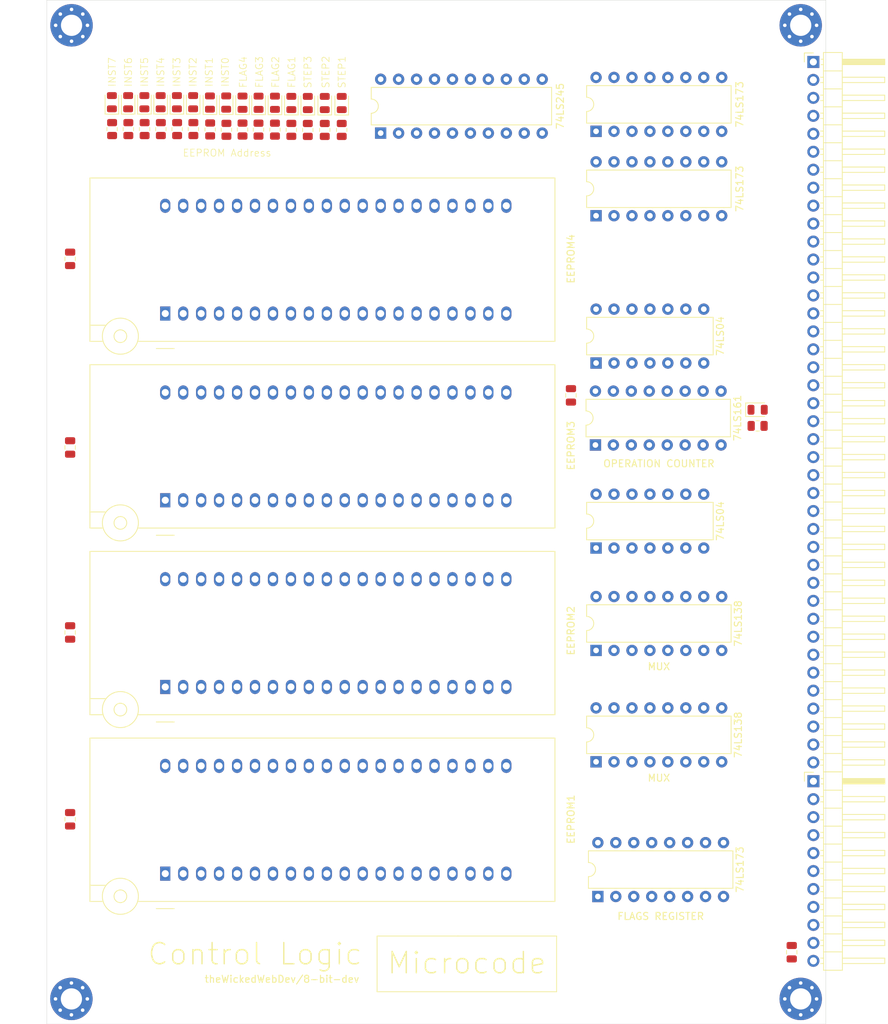
<source format=kicad_pcb>
(kicad_pcb (version 20171130) (host pcbnew "(5.1.10-1-10_14)")
  (layers (0 F.Cu signal) (1 In1.Cu signal) (2 In2.Cu signal) (31 B.Cu signal hide) (34 B.Paste user) (35 F.Paste user) (36 B.SilkS user) (37 F.SilkS user) (38 B.Mask user) (39 F.Mask user) (44 Edge.Cuts user))
  (net 0 "")
  (net 1 GND)
  (net 2 VCC)
  (net 3 FLAG4)
  (net 4 "Net-(U1-Pad15)")
  (net 5 "Net-(U1-Pad6)")
  (net 6 "Net-(U1-Pad5)")
  (net 7 "Net-(U1-Pad4)")
  (net 8 "Net-(U1-Pad11)")
  (net 9 "Net-(U1-Pad3)")
  (net 10 CLOCK)
  (net 11 STEP_RESET)
  (net 12 CF)
  (net 13 GT)
  (net 14 EQ)
  (net 15 INSTRUCTION_REG_OUT)
  (net 16 INSTRUCTION_REG_IN)
  (net 17 FLAG_IN)
  (net 18 PROGRAM_COUNTER_ENABLE)
  (net 19 PROGRAM_COUNTER_OUT)
  (net 20 ALU_S0)
  (net 21 ALU_S1)
  (net 22 ALU_S3)
  (net 23 ALU_S2)
  (net 24 ALU_MODE)
  (net 25 ALU_OUT)
  (net 26 RAM_WRITE)
  (net 27 RAM_OUT)
  (net 28 RAM_IN)
  (net 29 MAR1_IN)
  (net 30 MAR2_IN)
  (net 31 INST0)
  (net 32 "Net-(D1-Pad1)")
  (net 33 INST1)
  (net 34 INST2)
  (net 35 INST3)
  (net 36 INST4)
  (net 37 INST5)
  (net 38 INST6)
  (net 39 INST7)
  (net 40 HALT)
  (net 41 STEP1)
  (net 42 STEP2)
  (net 43 STEP3)
  (net 44 FLAG1)
  (net 45 FLAG2)
  (net 46 FLAG3)
  (net 47 BUS_00)
  (net 48 BUS_01)
  (net 49 BUS_02)
  (net 50 BUS_03)
  (net 51 BUS_04)
  (net 52 BUS_05)
  (net 53 BUS_06)
  (net 54 BUS_07)
  (net 55 JUMP)
  (net 56 "Net-(D35-Pad1)")
  (net 57 "Net-(D36-Pad1)")
  (net 58 "Net-(D37-Pad1)")
  (net 59 "Net-(D38-Pad1)")
  (net 60 "Net-(D39-Pad1)")
  (net 61 "Net-(D40-Pad1)")
  (net 62 "Net-(D41-Pad1)")
  (net 63 "Net-(D42-Pad1)")
  (net 64 "Net-(D43-Pad1)")
  (net 65 "Net-(D44-Pad1)")
  (net 66 "Net-(D45-Pad1)")
  (net 67 "Net-(D46-Pad1)")
  (net 68 "Net-(D47-Pad1)")
  (net 69 "Net-(D48-Pad1)")
  (net 70 "Net-(D49-Pad1)")
  (net 71 /E1_IO3)
  (net 72 /E1_IO4)
  (net 73 /E1_IO2)
  (net 74 /E1_IO5)
  (net 75 /E1_IO1)
  (net 76 /E1_IO0)
  (net 77 FLAG4_IN)
  (net 78 RESET)
  (net 79 CARRY)
  (net 80 A_EQ_B)
  (net 81 A_GT_B)
  (net 82 CO)
  (net 83 CI)
  (net 84 BO)
  (net 85 BI)
  (net 86 AO)
  (net 87 AI)
  (net 88 OUTPUT_SIGN)
  (net 89 OUTPUT_IN)
  (net 90 SOUND_CONTROL_3)
  (net 91 SET_META)
  (net 92 SET_TONE)
  (net 93 "Net-(U7-Pad13)")
  (net 94 E3_I07_UNUSED)
  (net 95 /E2_IO3)
  (net 96 /E2_IO4)
  (net 97 /E2_IO2)
  (net 98 /E2_IO5)
  (net 99 /E2_IO1)
  (net 100 /E2_IO6)
  (net 101 /E2_IO0)
  (net 102 /E2_IO7)
  (net 103 EXTRA_OUTPUT_07)
  (net 104 EXTRA_OUTPUT_08)
  (net 105 EXTRA_INPUT_08)
  (net 106 E4_I07_UNUSED)
  (net 107 E4_I06_UNUSED)
  (net 108 E4_I05_UNUSED)
  (net 109 E4_I04_UNUSED)
  (net 110 E4_I03_UNUSED)
  (net 111 "Net-(D1-Pad2)")
  (module Resistor_SMD:R_0805_2012Metric (layer F.Cu) (at 176.2064 88.2906 180)
    (fp_text reference R3 hide)
    (fp_text value R_Small_US hide)
    (pad 2 smd roundrect (at 0.9125 0 180) (size 1.025 1.4) (layers F.Cu F.Paste F.Mask) (roundrect_rratio 0.243902) (net 32 "Net-(D1-Pad1)"))
    (pad 1 smd roundrect (at -0.9125 0 180) (size 1.025 1.4) (layers F.Cu F.Paste F.Mask) (roundrect_rratio 0.243902) (net 1 GND))
  )
  (module LED_SMD:LED_0805_2012Metric (layer F.Cu) (at 176.2064 86.0046)
    (fp_text reference D1 hide)
    (fp_text value LED hide)
    (pad 2 smd roundrect (at 0.9375 0) (size 0.975 1.4) (layers F.Cu F.Paste F.Mask) (net 111 "Net-(D1-Pad2)"))
    (pad 1 smd roundrect (at -0.9375 0) (size 0.975 1.4) (layers F.Cu F.Paste F.Mask) (net 32 "Net-(D1-Pad1)"))
  )
  (module MountingHole:MountingHole_3mm_Pad_Via (layer F.Cu) (at 79.1264 31.6486)
    (fp_text reference REF** hide)
    (fp_text value MountingHole_3mm_Pad_Via hide)
    (pad 1 thru_hole circle (at 1.59099 -1.59099) (size 0.8 0.8) (drill 0.5) (layers *.Cu *.Mask))
    (pad 1 thru_hole circle (at 0 -2.25) (size 0.8 0.8) (drill 0.5) (layers *.Cu *.Mask))
    (pad 1 thru_hole circle (at -1.59099 -1.59099) (size 0.8 0.8) (drill 0.5) (layers *.Cu *.Mask))
    (pad 1 thru_hole circle (at -2.25 0) (size 0.8 0.8) (drill 0.5) (layers *.Cu *.Mask))
    (pad 1 thru_hole circle (at -1.59099 1.59099) (size 0.8 0.8) (drill 0.5) (layers *.Cu *.Mask))
    (pad 1 thru_hole circle (at 0 2.25) (size 0.8 0.8) (drill 0.5) (layers *.Cu *.Mask))
    (pad 1 thru_hole circle (at 1.59099 1.59099) (size 0.8 0.8) (drill 0.5) (layers *.Cu *.Mask))
    (pad 1 thru_hole circle (at 2.25 0) (size 0.8 0.8) (drill 0.5) (layers *.Cu *.Mask))
    (pad 1 thru_hole circle (at 0 0) (size 6 6) (drill 3) (layers *.Cu *.Mask))
  )
  (module MountingHole:MountingHole_3mm_Pad_Via (layer F.Cu) (at 79.1064 169.3166)
    (fp_text reference REF** hide)
    (fp_text value MountingHole_3mm_Pad_Via hide)
    (pad 1 thru_hole circle (at 0 0) (size 6 6) (drill 3) (layers *.Cu *.Mask))
    (pad 1 thru_hole circle (at 2.25 0) (size 0.8 0.8) (drill 0.5) (layers *.Cu *.Mask))
    (pad 1 thru_hole circle (at 1.59099 1.59099) (size 0.8 0.8) (drill 0.5) (layers *.Cu *.Mask))
    (pad 1 thru_hole circle (at 0 2.25) (size 0.8 0.8) (drill 0.5) (layers *.Cu *.Mask))
    (pad 1 thru_hole circle (at -1.59099 1.59099) (size 0.8 0.8) (drill 0.5) (layers *.Cu *.Mask))
    (pad 1 thru_hole circle (at -2.25 0) (size 0.8 0.8) (drill 0.5) (layers *.Cu *.Mask))
    (pad 1 thru_hole circle (at -1.59099 -1.59099) (size 0.8 0.8) (drill 0.5) (layers *.Cu *.Mask))
    (pad 1 thru_hole circle (at 0 -2.25) (size 0.8 0.8) (drill 0.5) (layers *.Cu *.Mask))
    (pad 1 thru_hole circle (at 1.59099 -1.59099) (size 0.8 0.8) (drill 0.5) (layers *.Cu *.Mask))
  )
  (module MountingHole:MountingHole_3mm_Pad_Via (layer F.Cu) (at 182.3024 31.6486)
    (fp_text reference REF** hide)
    (fp_text value MountingHole_3mm_Pad_Via hide)
    (pad 1 thru_hole circle (at 0 0) (size 6 6) (drill 3) (layers *.Cu *.Mask))
    (pad 1 thru_hole circle (at 2.25 0) (size 0.8 0.8) (drill 0.5) (layers *.Cu *.Mask))
    (pad 1 thru_hole circle (at 1.59099 1.59099) (size 0.8 0.8) (drill 0.5) (layers *.Cu *.Mask))
    (pad 1 thru_hole circle (at 0 2.25) (size 0.8 0.8) (drill 0.5) (layers *.Cu *.Mask))
    (pad 1 thru_hole circle (at -1.59099 1.59099) (size 0.8 0.8) (drill 0.5) (layers *.Cu *.Mask))
    (pad 1 thru_hole circle (at -2.25 0) (size 0.8 0.8) (drill 0.5) (layers *.Cu *.Mask))
    (pad 1 thru_hole circle (at -1.59099 -1.59099) (size 0.8 0.8) (drill 0.5) (layers *.Cu *.Mask))
    (pad 1 thru_hole circle (at 0 -2.25) (size 0.8 0.8) (drill 0.5) (layers *.Cu *.Mask))
    (pad 1 thru_hole circle (at 1.59099 -1.59099) (size 0.8 0.8) (drill 0.5) (layers *.Cu *.Mask))
  )
  (module MountingHole:MountingHole_3mm_Pad_Via (layer F.Cu) (at 182.3024 169.3166)
    (fp_text reference REF** hide)
    (fp_text value MountingHole_3mm_Pad_Via hide)
    (pad 1 thru_hole circle (at 1.59099 -1.59099) (size 0.8 0.8) (drill 0.5) (layers *.Cu *.Mask))
    (pad 1 thru_hole circle (at 0 -2.25) (size 0.8 0.8) (drill 0.5) (layers *.Cu *.Mask))
    (pad 1 thru_hole circle (at -1.59099 -1.59099) (size 0.8 0.8) (drill 0.5) (layers *.Cu *.Mask))
    (pad 1 thru_hole circle (at -2.25 0) (size 0.8 0.8) (drill 0.5) (layers *.Cu *.Mask))
    (pad 1 thru_hole circle (at -1.59099 1.59099) (size 0.8 0.8) (drill 0.5) (layers *.Cu *.Mask))
    (pad 1 thru_hole circle (at 0 2.25) (size 0.8 0.8) (drill 0.5) (layers *.Cu *.Mask))
    (pad 1 thru_hole circle (at 1.59099 1.59099) (size 0.8 0.8) (drill 0.5) (layers *.Cu *.Mask))
    (pad 1 thru_hole circle (at 2.25 0) (size 0.8 0.8) (drill 0.5) (layers *.Cu *.Mask))
    (pad 1 thru_hole circle (at 0 0) (size 6 6) (drill 3) (layers *.Cu *.Mask))
  )
  (module "Socket:EEPROM 40pin Socket" (layer F.Cu) (at 114.4364 64.3346 90)
    (fp_text reference EEPROM4 (at -0.334 35.354 90) (layer F.SilkS))
    (fp_text value AT28C256)
    (pad 23 thru_hole oval (at 7.17 -9.35 90) (size 2 1.44) (drill 1) (layers *.Cu *.Mask) (net 36 INST4))
    (pad 7 thru_hole oval (at -8.07 -6.81 90) (size 2 1.44) (drill 1) (layers *.Cu *.Mask) (net 44 FLAG1))
    (pad 22 thru_hole oval (at 7.17 -6.81 90) (size 2 1.44) (drill 1) (layers *.Cu *.Mask) (net 1 GND))
    (pad 8 thru_hole oval (at -8.07 -4.27 90) (size 2 1.44) (drill 1) (layers *.Cu *.Mask) (net 43 STEP3))
    (pad 21 thru_hole oval (at 7.17 -4.27 90) (size 2 1.44) (drill 1) (layers *.Cu *.Mask) (net 35 INST3))
    (pad 9 thru_hole oval (at -8.07 -1.73 90) (size 2 1.44) (drill 1) (layers *.Cu *.Mask) (net 42 STEP2))
    (pad 20 thru_hole oval (at 7.17 -1.73 90) (size 2 1.44) (drill 1) (layers *.Cu *.Mask) (net 1 GND))
    (pad 10 thru_hole oval (at -8.07 0.81 90) (size 2 1.44) (drill 1) (layers *.Cu *.Mask) (net 41 STEP1))
    (pad 19 thru_hole oval (at 7.17 0.81 90) (size 2 1.44) (drill 1) (layers *.Cu *.Mask) (net 106 E4_I07_UNUSED))
    (pad 11 thru_hole oval (at -8.07 3.35 90) (size 2 1.44) (drill 1) (layers *.Cu *.Mask) (net 90 SOUND_CONTROL_3))
    (pad 4 thru_hole oval (at -8.07 -14.43 90) (size 2 1.44) (drill 1) (layers *.Cu *.Mask) (net 3 FLAG4))
    (pad 25 thru_hole oval (at 7.17 -14.43 90) (size 2 1.44) (drill 1) (layers *.Cu *.Mask) (net 33 INST1))
    (pad 5 thru_hole oval (at -8.07 -11.89 90) (size 2 1.44) (drill 1) (layers *.Cu *.Mask) (net 46 FLAG3))
    (pad 24 thru_hole oval (at 7.17 -11.89 90) (size 2 1.44) (drill 1) (layers *.Cu *.Mask) (net 34 INST2))
    (pad 6 thru_hole oval (at -8.07 -9.35 90) (size 2 1.44) (drill 1) (layers *.Cu *.Mask) (net 45 FLAG2))
    (pad 13 thru_hole oval (at -8.07 8.43 90) (size 2 1.44) (drill 1) (layers *.Cu *.Mask) (net 91 SET_META))
    (pad 16 thru_hole oval (at 7.17 8.43 90) (size 2 1.44) (drill 1) (layers *.Cu *.Mask) (net 109 E4_I04_UNUSED))
    (pad 14 thru_hole oval (at -8.07 10.97 90) (size 2 1.44) (drill 1) (layers *.Cu *.Mask) (net 1 GND))
    (pad 15 thru_hole oval (at 7.17 10.97 90) (size 2 1.44) (drill 1) (layers *.Cu *.Mask) (net 110 E4_I03_UNUSED))
    (pad "" thru_hole oval (at -8.07 13.51 90) (size 2 1.44) (drill 1) (layers *.Cu *.Mask))
    (pad "" thru_hole oval (at 7.17 13.51 90) (size 2 1.44) (drill 1) (layers *.Cu *.Mask))
    (pad 18 thru_hole oval (at 7.17 3.35 90) (size 2 1.44) (drill 1) (layers *.Cu *.Mask) (net 107 E4_I06_UNUSED))
    (pad 12 thru_hole oval (at -8.07 5.89 90) (size 2 1.44) (drill 1) (layers *.Cu *.Mask) (net 92 SET_TONE))
    (pad 17 thru_hole oval (at 7.17 5.89 90) (size 2 1.44) (drill 1) (layers *.Cu *.Mask) (net 108 E4_I05_UNUSED))
    (pad 2 thru_hole oval (at -8.07 -19.51 90) (size 2 1.44) (drill 1) (layers *.Cu *.Mask) (net 37 INST5))
    (pad 1 thru_hole rect (at -8.07 -22.05 90) (size 2 1.44) (drill 1) (layers *.Cu *.Mask) (net 39 INST7))
    (pad 28 thru_hole oval (at 7.17 -22.05 90) (size 2 1.44) (drill 1) (layers *.Cu *.Mask) (net 2 VCC))
    (pad 27 thru_hole oval (at 7.17 -19.51 90) (size 2 1.44) (drill 1) (layers *.Cu *.Mask) (net 2 VCC))
    (pad 3 thru_hole oval (at -8.07 -16.97 90) (size 2 1.44) (drill 1) (layers *.Cu *.Mask) (net 31 INST0))
    (pad 26 thru_hole oval (at 7.17 -16.97 90) (size 2 1.44) (drill 1) (layers *.Cu *.Mask) (net 38 INST6))
    (pad "" thru_hole oval (at -8.07 16.05 90) (size 2 1.44) (drill 1) (layers *.Cu *.Mask))
    (pad "" thru_hole oval (at 7.17 16.05 90) (size 2 1.44) (drill 1) (layers *.Cu *.Mask))
    (pad "" thru_hole oval (at -8.07 18.59 90) (size 2 1.44) (drill 1) (layers *.Cu *.Mask))
    (pad "" thru_hole oval (at 7.17 18.59 90) (size 2 1.44) (drill 1) (layers *.Cu *.Mask))
    (pad "" thru_hole oval (at -8.07 21.13 90) (size 2 1.44) (drill 1) (layers *.Cu *.Mask))
    (pad "" thru_hole oval (at 7.17 21.13 90) (size 2 1.44) (drill 1) (layers *.Cu *.Mask))
    (pad "" thru_hole oval (at -8.07 23.67 90) (size 2 1.44) (drill 1) (layers *.Cu *.Mask))
    (pad "" thru_hole oval (at 7.17 23.67 90) (size 2 1.44) (drill 1) (layers *.Cu *.Mask))
    (pad "" thru_hole oval (at -8.07 26.21 90) (size 2 1.44) (drill 1) (layers *.Cu *.Mask))
    (pad "" thru_hole oval (at 7.17 26.21 90) (size 2 1.44) (drill 1) (layers *.Cu *.Mask))
  )
  (module "Socket:EEPROM 40pin Socket" (layer F.Cu) (at 114.4364 90.7346 90)
    (fp_text reference EEPROM3 (at -0.35 35.354 90) (layer F.SilkS))
    (fp_text value AT28C256)
    (pad 23 thru_hole oval (at 7.17 -9.35 90) (size 2 1.44) (drill 1) (layers *.Cu *.Mask) (net 36 INST4))
    (pad 7 thru_hole oval (at -8.07 -6.81 90) (size 2 1.44) (drill 1) (layers *.Cu *.Mask) (net 44 FLAG1))
    (pad 22 thru_hole oval (at 7.17 -6.81 90) (size 2 1.44) (drill 1) (layers *.Cu *.Mask) (net 1 GND))
    (pad 8 thru_hole oval (at -8.07 -4.27 90) (size 2 1.44) (drill 1) (layers *.Cu *.Mask) (net 43 STEP3))
    (pad 21 thru_hole oval (at 7.17 -4.27 90) (size 2 1.44) (drill 1) (layers *.Cu *.Mask) (net 35 INST3))
    (pad 9 thru_hole oval (at -8.07 -1.73 90) (size 2 1.44) (drill 1) (layers *.Cu *.Mask) (net 42 STEP2))
    (pad 20 thru_hole oval (at 7.17 -1.73 90) (size 2 1.44) (drill 1) (layers *.Cu *.Mask) (net 1 GND))
    (pad 10 thru_hole oval (at -8.07 0.81 90) (size 2 1.44) (drill 1) (layers *.Cu *.Mask) (net 41 STEP1))
    (pad 19 thru_hole oval (at 7.17 0.81 90) (size 2 1.44) (drill 1) (layers *.Cu *.Mask) (net 78 RESET))
    (pad 11 thru_hole oval (at -8.07 3.35 90) (size 2 1.44) (drill 1) (layers *.Cu *.Mask) (net 76 /E1_IO0))
    (pad 4 thru_hole oval (at -8.07 -14.43 90) (size 2 1.44) (drill 1) (layers *.Cu *.Mask) (net 3 FLAG4))
    (pad 25 thru_hole oval (at 7.17 -14.43 90) (size 2 1.44) (drill 1) (layers *.Cu *.Mask) (net 33 INST1))
    (pad 5 thru_hole oval (at -8.07 -11.89 90) (size 2 1.44) (drill 1) (layers *.Cu *.Mask) (net 46 FLAG3))
    (pad 24 thru_hole oval (at 7.17 -11.89 90) (size 2 1.44) (drill 1) (layers *.Cu *.Mask) (net 34 INST2))
    (pad 6 thru_hole oval (at -8.07 -9.35 90) (size 2 1.44) (drill 1) (layers *.Cu *.Mask) (net 45 FLAG2))
    (pad 13 thru_hole oval (at -8.07 8.43 90) (size 2 1.44) (drill 1) (layers *.Cu *.Mask) (net 73 /E1_IO2))
    (pad 16 thru_hole oval (at 7.17 8.43 90) (size 2 1.44) (drill 1) (layers *.Cu *.Mask) (net 72 /E1_IO4))
    (pad 14 thru_hole oval (at -8.07 10.97 90) (size 2 1.44) (drill 1) (layers *.Cu *.Mask) (net 1 GND))
    (pad 15 thru_hole oval (at 7.17 10.97 90) (size 2 1.44) (drill 1) (layers *.Cu *.Mask) (net 71 /E1_IO3))
    (pad "" thru_hole oval (at -8.07 13.51 90) (size 2 1.44) (drill 1) (layers *.Cu *.Mask))
    (pad "" thru_hole oval (at 7.17 13.51 90) (size 2 1.44) (drill 1) (layers *.Cu *.Mask))
    (pad 18 thru_hole oval (at 7.17 3.35 90) (size 2 1.44) (drill 1) (layers *.Cu *.Mask) (net 18 PROGRAM_COUNTER_ENABLE))
    (pad 12 thru_hole oval (at -8.07 5.89 90) (size 2 1.44) (drill 1) (layers *.Cu *.Mask) (net 75 /E1_IO1))
    (pad 17 thru_hole oval (at 7.17 5.89 90) (size 2 1.44) (drill 1) (layers *.Cu *.Mask) (net 74 /E1_IO5))
    (pad 2 thru_hole oval (at -8.07 -19.51 90) (size 2 1.44) (drill 1) (layers *.Cu *.Mask) (net 37 INST5))
    (pad 1 thru_hole rect (at -8.07 -22.05 90) (size 2 1.44) (drill 1) (layers *.Cu *.Mask) (net 39 INST7))
    (pad 28 thru_hole oval (at 7.17 -22.05 90) (size 2 1.44) (drill 1) (layers *.Cu *.Mask) (net 2 VCC))
    (pad 27 thru_hole oval (at 7.17 -19.51 90) (size 2 1.44) (drill 1) (layers *.Cu *.Mask) (net 2 VCC))
    (pad 3 thru_hole oval (at -8.07 -16.97 90) (size 2 1.44) (drill 1) (layers *.Cu *.Mask) (net 31 INST0))
    (pad 26 thru_hole oval (at 7.17 -16.97 90) (size 2 1.44) (drill 1) (layers *.Cu *.Mask) (net 38 INST6))
    (pad "" thru_hole oval (at -8.07 16.05 90) (size 2 1.44) (drill 1) (layers *.Cu *.Mask))
    (pad "" thru_hole oval (at 7.17 16.05 90) (size 2 1.44) (drill 1) (layers *.Cu *.Mask))
    (pad "" thru_hole oval (at -8.07 18.59 90) (size 2 1.44) (drill 1) (layers *.Cu *.Mask))
    (pad "" thru_hole oval (at 7.17 18.59 90) (size 2 1.44) (drill 1) (layers *.Cu *.Mask))
    (pad "" thru_hole oval (at -8.07 21.13 90) (size 2 1.44) (drill 1) (layers *.Cu *.Mask))
    (pad "" thru_hole oval (at 7.17 21.13 90) (size 2 1.44) (drill 1) (layers *.Cu *.Mask))
    (pad "" thru_hole oval (at -8.07 23.67 90) (size 2 1.44) (drill 1) (layers *.Cu *.Mask))
    (pad "" thru_hole oval (at 7.17 23.67 90) (size 2 1.44) (drill 1) (layers *.Cu *.Mask))
    (pad "" thru_hole oval (at -8.07 26.21 90) (size 2 1.44) (drill 1) (layers *.Cu *.Mask))
    (pad "" thru_hole oval (at 7.17 26.21 90) (size 2 1.44) (drill 1) (layers *.Cu *.Mask))
  )
  (module "Socket:EEPROM 40pin Socket" (layer F.Cu) (at 114.4364 117.1346 90)
    (fp_text reference EEPROM2 (at -0.112 35.354 90) (layer F.SilkS))
    (fp_text value AT28C256)
    (pad 23 thru_hole oval (at 7.17 -9.35 90) (size 2 1.44) (drill 1) (layers *.Cu *.Mask) (net 36 INST4))
    (pad 7 thru_hole oval (at -8.07 -6.81 90) (size 2 1.44) (drill 1) (layers *.Cu *.Mask) (net 44 FLAG1))
    (pad 22 thru_hole oval (at 7.17 -6.81 90) (size 2 1.44) (drill 1) (layers *.Cu *.Mask) (net 1 GND))
    (pad 8 thru_hole oval (at -8.07 -4.27 90) (size 2 1.44) (drill 1) (layers *.Cu *.Mask) (net 43 STEP3))
    (pad 21 thru_hole oval (at 7.17 -4.27 90) (size 2 1.44) (drill 1) (layers *.Cu *.Mask) (net 35 INST3))
    (pad 9 thru_hole oval (at -8.07 -1.73 90) (size 2 1.44) (drill 1) (layers *.Cu *.Mask) (net 42 STEP2))
    (pad 20 thru_hole oval (at 7.17 -1.73 90) (size 2 1.44) (drill 1) (layers *.Cu *.Mask) (net 1 GND))
    (pad 10 thru_hole oval (at -8.07 0.81 90) (size 2 1.44) (drill 1) (layers *.Cu *.Mask) (net 41 STEP1))
    (pad 19 thru_hole oval (at 7.17 0.81 90) (size 2 1.44) (drill 1) (layers *.Cu *.Mask) (net 102 /E2_IO7))
    (pad 11 thru_hole oval (at -8.07 3.35 90) (size 2 1.44) (drill 1) (layers *.Cu *.Mask) (net 101 /E2_IO0))
    (pad 4 thru_hole oval (at -8.07 -14.43 90) (size 2 1.44) (drill 1) (layers *.Cu *.Mask) (net 3 FLAG4))
    (pad 25 thru_hole oval (at 7.17 -14.43 90) (size 2 1.44) (drill 1) (layers *.Cu *.Mask) (net 33 INST1))
    (pad 5 thru_hole oval (at -8.07 -11.89 90) (size 2 1.44) (drill 1) (layers *.Cu *.Mask) (net 46 FLAG3))
    (pad 24 thru_hole oval (at 7.17 -11.89 90) (size 2 1.44) (drill 1) (layers *.Cu *.Mask) (net 34 INST2))
    (pad 6 thru_hole oval (at -8.07 -9.35 90) (size 2 1.44) (drill 1) (layers *.Cu *.Mask) (net 45 FLAG2))
    (pad 13 thru_hole oval (at -8.07 8.43 90) (size 2 1.44) (drill 1) (layers *.Cu *.Mask) (net 97 /E2_IO2))
    (pad 16 thru_hole oval (at 7.17 8.43 90) (size 2 1.44) (drill 1) (layers *.Cu *.Mask) (net 96 /E2_IO4))
    (pad 14 thru_hole oval (at -8.07 10.97 90) (size 2 1.44) (drill 1) (layers *.Cu *.Mask) (net 1 GND))
    (pad 15 thru_hole oval (at 7.17 10.97 90) (size 2 1.44) (drill 1) (layers *.Cu *.Mask) (net 95 /E2_IO3))
    (pad "" thru_hole oval (at -8.07 13.51 90) (size 2 1.44) (drill 1) (layers *.Cu *.Mask))
    (pad "" thru_hole oval (at 7.17 13.51 90) (size 2 1.44) (drill 1) (layers *.Cu *.Mask))
    (pad 18 thru_hole oval (at 7.17 3.35 90) (size 2 1.44) (drill 1) (layers *.Cu *.Mask) (net 100 /E2_IO6))
    (pad 12 thru_hole oval (at -8.07 5.89 90) (size 2 1.44) (drill 1) (layers *.Cu *.Mask) (net 99 /E2_IO1))
    (pad 17 thru_hole oval (at 7.17 5.89 90) (size 2 1.44) (drill 1) (layers *.Cu *.Mask) (net 98 /E2_IO5))
    (pad 2 thru_hole oval (at -8.07 -19.51 90) (size 2 1.44) (drill 1) (layers *.Cu *.Mask) (net 37 INST5))
    (pad 1 thru_hole rect (at -8.07 -22.05 90) (size 2 1.44) (drill 1) (layers *.Cu *.Mask) (net 39 INST7))
    (pad 28 thru_hole oval (at 7.17 -22.05 90) (size 2 1.44) (drill 1) (layers *.Cu *.Mask) (net 2 VCC))
    (pad 27 thru_hole oval (at 7.17 -19.51 90) (size 2 1.44) (drill 1) (layers *.Cu *.Mask) (net 2 VCC))
    (pad 3 thru_hole oval (at -8.07 -16.97 90) (size 2 1.44) (drill 1) (layers *.Cu *.Mask) (net 31 INST0))
    (pad 26 thru_hole oval (at 7.17 -16.97 90) (size 2 1.44) (drill 1) (layers *.Cu *.Mask) (net 38 INST6))
    (pad "" thru_hole oval (at -8.07 16.05 90) (size 2 1.44) (drill 1) (layers *.Cu *.Mask))
    (pad "" thru_hole oval (at 7.17 16.05 90) (size 2 1.44) (drill 1) (layers *.Cu *.Mask))
    (pad "" thru_hole oval (at -8.07 18.59 90) (size 2 1.44) (drill 1) (layers *.Cu *.Mask))
    (pad "" thru_hole oval (at 7.17 18.59 90) (size 2 1.44) (drill 1) (layers *.Cu *.Mask))
    (pad "" thru_hole oval (at -8.07 21.13 90) (size 2 1.44) (drill 1) (layers *.Cu *.Mask))
    (pad "" thru_hole oval (at 7.17 21.13 90) (size 2 1.44) (drill 1) (layers *.Cu *.Mask))
    (pad "" thru_hole oval (at -8.07 23.67 90) (size 2 1.44) (drill 1) (layers *.Cu *.Mask))
    (pad "" thru_hole oval (at 7.17 23.67 90) (size 2 1.44) (drill 1) (layers *.Cu *.Mask))
    (pad "" thru_hole oval (at -8.07 26.21 90) (size 2 1.44) (drill 1) (layers *.Cu *.Mask))
    (pad "" thru_hole oval (at 7.17 26.21 90) (size 2 1.44) (drill 1) (layers *.Cu *.Mask))
  )
  (module "Socket:EEPROM 40pin Socket" (layer F.Cu) (at 114.4364 143.5346 90)
    (fp_text reference EEPROM1 (at -0.382 35.354 90) (layer F.SilkS))
    (fp_text value AT28C256)
    (pad 23 thru_hole oval (at 7.17 -9.35 90) (size 2 1.44) (drill 1) (layers *.Cu *.Mask) (net 36 INST4))
    (pad 7 thru_hole oval (at -8.07 -6.81 90) (size 2 1.44) (drill 1) (layers *.Cu *.Mask) (net 44 FLAG1))
    (pad 22 thru_hole oval (at 7.17 -6.81 90) (size 2 1.44) (drill 1) (layers *.Cu *.Mask) (net 1 GND))
    (pad 8 thru_hole oval (at -8.07 -4.27 90) (size 2 1.44) (drill 1) (layers *.Cu *.Mask) (net 43 STEP3))
    (pad 21 thru_hole oval (at 7.17 -4.27 90) (size 2 1.44) (drill 1) (layers *.Cu *.Mask) (net 35 INST3))
    (pad 9 thru_hole oval (at -8.07 -1.73 90) (size 2 1.44) (drill 1) (layers *.Cu *.Mask) (net 42 STEP2))
    (pad 20 thru_hole oval (at 7.17 -1.73 90) (size 2 1.44) (drill 1) (layers *.Cu *.Mask) (net 1 GND))
    (pad 10 thru_hole oval (at -8.07 0.81 90) (size 2 1.44) (drill 1) (layers *.Cu *.Mask) (net 41 STEP1))
    (pad 19 thru_hole oval (at 7.17 0.81 90) (size 2 1.44) (drill 1) (layers *.Cu *.Mask) (net 94 E3_I07_UNUSED))
    (pad 11 thru_hole oval (at -8.07 3.35 90) (size 2 1.44) (drill 1) (layers *.Cu *.Mask) (net 24 ALU_MODE))
    (pad 4 thru_hole oval (at -8.07 -14.43 90) (size 2 1.44) (drill 1) (layers *.Cu *.Mask) (net 3 FLAG4))
    (pad 25 thru_hole oval (at 7.17 -14.43 90) (size 2 1.44) (drill 1) (layers *.Cu *.Mask) (net 33 INST1))
    (pad 5 thru_hole oval (at -8.07 -11.89 90) (size 2 1.44) (drill 1) (layers *.Cu *.Mask) (net 46 FLAG3))
    (pad 24 thru_hole oval (at 7.17 -11.89 90) (size 2 1.44) (drill 1) (layers *.Cu *.Mask) (net 34 INST2))
    (pad 6 thru_hole oval (at -8.07 -9.35 90) (size 2 1.44) (drill 1) (layers *.Cu *.Mask) (net 45 FLAG2))
    (pad 13 thru_hole oval (at -8.07 8.43 90) (size 2 1.44) (drill 1) (layers *.Cu *.Mask) (net 21 ALU_S1))
    (pad 16 thru_hole oval (at 7.17 8.43 90) (size 2 1.44) (drill 1) (layers *.Cu *.Mask) (net 22 ALU_S3))
    (pad 14 thru_hole oval (at -8.07 10.97 90) (size 2 1.44) (drill 1) (layers *.Cu *.Mask) (net 1 GND))
    (pad 15 thru_hole oval (at 7.17 10.97 90) (size 2 1.44) (drill 1) (layers *.Cu *.Mask) (net 23 ALU_S2))
    (pad "" thru_hole oval (at -8.07 13.51 90) (size 2 1.44) (drill 1) (layers *.Cu *.Mask))
    (pad "" thru_hole oval (at 7.17 13.51 90) (size 2 1.44) (drill 1) (layers *.Cu *.Mask))
    (pad 18 thru_hole oval (at 7.17 3.35 90) (size 2 1.44) (drill 1) (layers *.Cu *.Mask) (net 26 RAM_WRITE))
    (pad 12 thru_hole oval (at -8.07 5.89 90) (size 2 1.44) (drill 1) (layers *.Cu *.Mask) (net 20 ALU_S0))
    (pad 17 thru_hole oval (at 7.17 5.89 90) (size 2 1.44) (drill 1) (layers *.Cu *.Mask) (net 88 OUTPUT_SIGN))
    (pad 2 thru_hole oval (at -8.07 -19.51 90) (size 2 1.44) (drill 1) (layers *.Cu *.Mask) (net 37 INST5))
    (pad 1 thru_hole rect (at -8.07 -22.05 90) (size 2 1.44) (drill 1) (layers *.Cu *.Mask) (net 39 INST7))
    (pad 28 thru_hole oval (at 7.17 -22.05 90) (size 2 1.44) (drill 1) (layers *.Cu *.Mask) (net 2 VCC))
    (pad 27 thru_hole oval (at 7.17 -19.51 90) (size 2 1.44) (drill 1) (layers *.Cu *.Mask) (net 2 VCC))
    (pad 3 thru_hole oval (at -8.07 -16.97 90) (size 2 1.44) (drill 1) (layers *.Cu *.Mask) (net 31 INST0))
    (pad 26 thru_hole oval (at 7.17 -16.97 90) (size 2 1.44) (drill 1) (layers *.Cu *.Mask) (net 38 INST6))
    (pad "" thru_hole oval (at -8.07 16.05 90) (size 2 1.44) (drill 1) (layers *.Cu *.Mask))
    (pad "" thru_hole oval (at 7.17 16.05 90) (size 2 1.44) (drill 1) (layers *.Cu *.Mask))
    (pad "" thru_hole oval (at -8.07 18.59 90) (size 2 1.44) (drill 1) (layers *.Cu *.Mask))
    (pad "" thru_hole oval (at 7.17 18.59 90) (size 2 1.44) (drill 1) (layers *.Cu *.Mask))
    (pad "" thru_hole oval (at -8.07 21.13 90) (size 2 1.44) (drill 1) (layers *.Cu *.Mask))
    (pad "" thru_hole oval (at 7.17 21.13 90) (size 2 1.44) (drill 1) (layers *.Cu *.Mask))
    (pad "" thru_hole oval (at -8.07 23.67 90) (size 2 1.44) (drill 1) (layers *.Cu *.Mask))
    (pad "" thru_hole oval (at 7.17 23.67 90) (size 2 1.44) (drill 1) (layers *.Cu *.Mask))
    (pad "" thru_hole oval (at -8.07 26.21 90) (size 2 1.44) (drill 1) (layers *.Cu *.Mask))
    (pad "" thru_hole oval (at 7.17 26.21 90) (size 2 1.44) (drill 1) (layers *.Cu *.Mask))
  )
  (module Package_DIP:DIP-14_W7.62mm (layer F.Cu) (at 153.3464 105.5626 90)
    (fp_text reference U10 hide)
    (fp_text value 74LS04 (at 3.81 17.57 90) (layer F.SilkS))
    (pad 14 thru_hole oval (at 7.62 0 90) (size 1.6 1.6) (drill 0.8) (layers *.Cu *.Mask) (net 2 VCC))
    (pad 7 thru_hole oval (at 0 15.24 90) (size 1.6 1.6) (drill 0.8) (layers *.Cu *.Mask) (net 1 GND))
    (pad 13 thru_hole oval (at 7.62 2.54 90) (size 1.6 1.6) (drill 0.8) (layers *.Cu *.Mask) (net 76 /E1_IO0))
    (pad 6 thru_hole oval (at 0 12.7 90) (size 1.6 1.6) (drill 0.8) (layers *.Cu *.Mask) (net 15 INSTRUCTION_REG_OUT))
    (pad 12 thru_hole oval (at 7.62 5.08 90) (size 1.6 1.6) (drill 0.8) (layers *.Cu *.Mask) (net 17 FLAG_IN))
    (pad 5 thru_hole oval (at 0 10.16 90) (size 1.6 1.6) (drill 0.8) (layers *.Cu *.Mask) (net 71 /E1_IO3))
    (pad 11 thru_hole oval (at 7.62 7.62 90) (size 1.6 1.6) (drill 0.8) (layers *.Cu *.Mask) (net 75 /E1_IO1))
    (pad 4 thru_hole oval (at 0 7.62 90) (size 1.6 1.6) (drill 0.8) (layers *.Cu *.Mask) (net 55 JUMP))
    (pad 10 thru_hole oval (at 7.62 10.16 90) (size 1.6 1.6) (drill 0.8) (layers *.Cu *.Mask) (net 11 STEP_RESET))
    (pad 3 thru_hole oval (at 0 5.08 90) (size 1.6 1.6) (drill 0.8) (layers *.Cu *.Mask) (net 72 /E1_IO4))
    (pad 9 thru_hole oval (at 7.62 12.7 90) (size 1.6 1.6) (drill 0.8) (layers *.Cu *.Mask) (net 73 /E1_IO2))
    (pad 2 thru_hole oval (at 0 2.54 90) (size 1.6 1.6) (drill 0.8) (layers *.Cu *.Mask) (net 40 HALT))
    (pad 8 thru_hole oval (at 7.62 15.24 90) (size 1.6 1.6) (drill 0.8) (layers *.Cu *.Mask) (net 16 INSTRUCTION_REG_IN))
    (pad 1 thru_hole rect (at 0 0 90) (size 1.6 1.6) (drill 0.8) (layers *.Cu *.Mask) (net 74 /E1_IO5))
  )
  (module Package_DIP:DIP-16_W7.62mm (layer F.Cu) (at 153.3464 120.0406 90)
    (fp_text reference U8 hide)
    (fp_text value 74LS138 (at 3.81 20.11 90) (layer F.SilkS))
    (pad 16 thru_hole oval (at 7.62 0 90) (size 1.6 1.6) (drill 0.8) (layers *.Cu *.Mask) (net 2 VCC))
    (pad 8 thru_hole oval (at 0 17.78 90) (size 1.6 1.6) (drill 0.8) (layers *.Cu *.Mask) (net 1 GND))
    (pad 15 thru_hole oval (at 7.62 2.54 90) (size 1.6 1.6) (drill 0.8) (layers *.Cu *.Mask) (net 82 CO))
    (pad 7 thru_hole oval (at 0 15.24 90) (size 1.6 1.6) (drill 0.8) (layers *.Cu *.Mask) (net 104 EXTRA_OUTPUT_08))
    (pad 14 thru_hole oval (at 7.62 5.08 90) (size 1.6 1.6) (drill 0.8) (layers *.Cu *.Mask) (net 84 BO))
    (pad 6 thru_hole oval (at 0 12.7 90) (size 1.6 1.6) (drill 0.8) (layers *.Cu *.Mask) (net 95 /E2_IO3))
    (pad 13 thru_hole oval (at 7.62 7.62 90) (size 1.6 1.6) (drill 0.8) (layers *.Cu *.Mask) (net 86 AO))
    (pad 5 thru_hole oval (at 0 10.16 90) (size 1.6 1.6) (drill 0.8) (layers *.Cu *.Mask) (net 1 GND))
    (pad 12 thru_hole oval (at 7.62 10.16 90) (size 1.6 1.6) (drill 0.8) (layers *.Cu *.Mask) (net 25 ALU_OUT))
    (pad 4 thru_hole oval (at 0 7.62 90) (size 1.6 1.6) (drill 0.8) (layers *.Cu *.Mask) (net 1 GND))
    (pad 11 thru_hole oval (at 7.62 12.7 90) (size 1.6 1.6) (drill 0.8) (layers *.Cu *.Mask) (net 27 RAM_OUT))
    (pad 3 thru_hole oval (at 0 5.08 90) (size 1.6 1.6) (drill 0.8) (layers *.Cu *.Mask) (net 97 /E2_IO2))
    (pad 10 thru_hole oval (at 7.62 15.24 90) (size 1.6 1.6) (drill 0.8) (layers *.Cu *.Mask) (net 19 PROGRAM_COUNTER_OUT))
    (pad 2 thru_hole oval (at 0 2.54 90) (size 1.6 1.6) (drill 0.8) (layers *.Cu *.Mask) (net 99 /E2_IO1))
    (pad 9 thru_hole oval (at 7.62 17.78 90) (size 1.6 1.6) (drill 0.8) (layers *.Cu *.Mask) (net 103 EXTRA_OUTPUT_07))
    (pad 1 thru_hole rect (at 0 0 90) (size 1.6 1.6) (drill 0.8) (layers *.Cu *.Mask) (net 101 /E2_IO0))
  )
  (module Package_DIP:DIP-14_W7.62mm (layer F.Cu) (at 153.3464 79.4006 90)
    (fp_text reference U7 hide)
    (fp_text value 74LS04 (at 3.81 17.57 90) (layer F.SilkS))
    (pad 14 thru_hole oval (at 7.62 0 90) (size 1.6 1.6) (drill 0.8) (layers *.Cu *.Mask) (net 2 VCC))
    (pad 7 thru_hole oval (at 0 15.24 90) (size 1.6 1.6) (drill 0.8) (layers *.Cu *.Mask) (net 1 GND))
    (pad 13 thru_hole oval (at 7.62 2.54 90) (size 1.6 1.6) (drill 0.8) (layers *.Cu *.Mask) (net 93 "Net-(U7-Pad13)"))
    (pad 6 thru_hole oval (at 0 12.7 90) (size 1.6 1.6) (drill 0.8) (layers *.Cu *.Mask))
    (pad 12 thru_hole oval (at 7.62 5.08 90) (size 1.6 1.6) (drill 0.8) (layers *.Cu *.Mask) (net 111 "Net-(D1-Pad2)"))
    (pad 5 thru_hole oval (at 0 10.16 90) (size 1.6 1.6) (drill 0.8) (layers *.Cu *.Mask))
    (pad 11 thru_hole oval (at 7.62 7.62 90) (size 1.6 1.6) (drill 0.8) (layers *.Cu *.Mask))
    (pad 4 thru_hole oval (at 0 7.62 90) (size 1.6 1.6) (drill 0.8) (layers *.Cu *.Mask))
    (pad 10 thru_hole oval (at 7.62 10.16 90) (size 1.6 1.6) (drill 0.8) (layers *.Cu *.Mask))
    (pad 3 thru_hole oval (at 0 5.08 90) (size 1.6 1.6) (drill 0.8) (layers *.Cu *.Mask))
    (pad 9 thru_hole oval (at 7.62 12.7 90) (size 1.6 1.6) (drill 0.8) (layers *.Cu *.Mask))
    (pad 2 thru_hole oval (at 0 2.54 90) (size 1.6 1.6) (drill 0.8) (layers *.Cu *.Mask))
    (pad 8 thru_hole oval (at 7.62 15.24 90) (size 1.6 1.6) (drill 0.8) (layers *.Cu *.Mask))
    (pad 1 thru_hole rect (at 0 0 90) (size 1.6 1.6) (drill 0.8) (layers *.Cu *.Mask))
  )
  (module Package_DIP:DIP-16_W7.62mm (layer F.Cu) (at 153.3464 135.7886 90)
    (fp_text reference U6 hide)
    (fp_text value 74LS138 (at 3.81 20.11 90) (layer F.SilkS))
    (pad 16 thru_hole oval (at 7.62 0 90) (size 1.6 1.6) (drill 0.8) (layers *.Cu *.Mask) (net 2 VCC))
    (pad 8 thru_hole oval (at 0 17.78 90) (size 1.6 1.6) (drill 0.8) (layers *.Cu *.Mask) (net 1 GND))
    (pad 15 thru_hole oval (at 7.62 2.54 90) (size 1.6 1.6) (drill 0.8) (layers *.Cu *.Mask) (net 83 CI))
    (pad 7 thru_hole oval (at 0 15.24 90) (size 1.6 1.6) (drill 0.8) (layers *.Cu *.Mask) (net 105 EXTRA_INPUT_08))
    (pad 14 thru_hole oval (at 7.62 5.08 90) (size 1.6 1.6) (drill 0.8) (layers *.Cu *.Mask) (net 85 BI))
    (pad 6 thru_hole oval (at 0 12.7 90) (size 1.6 1.6) (drill 0.8) (layers *.Cu *.Mask) (net 102 /E2_IO7))
    (pad 13 thru_hole oval (at 7.62 7.62 90) (size 1.6 1.6) (drill 0.8) (layers *.Cu *.Mask) (net 87 AI))
    (pad 5 thru_hole oval (at 0 10.16 90) (size 1.6 1.6) (drill 0.8) (layers *.Cu *.Mask) (net 1 GND))
    (pad 12 thru_hole oval (at 7.62 10.16 90) (size 1.6 1.6) (drill 0.8) (layers *.Cu *.Mask) (net 28 RAM_IN))
    (pad 4 thru_hole oval (at 0 7.62 90) (size 1.6 1.6) (drill 0.8) (layers *.Cu *.Mask) (net 1 GND))
    (pad 11 thru_hole oval (at 7.62 12.7 90) (size 1.6 1.6) (drill 0.8) (layers *.Cu *.Mask) (net 29 MAR1_IN))
    (pad 3 thru_hole oval (at 0 5.08 90) (size 1.6 1.6) (drill 0.8) (layers *.Cu *.Mask) (net 100 /E2_IO6))
    (pad 10 thru_hole oval (at 7.62 15.24 90) (size 1.6 1.6) (drill 0.8) (layers *.Cu *.Mask) (net 30 MAR2_IN))
    (pad 2 thru_hole oval (at 0 2.54 90) (size 1.6 1.6) (drill 0.8) (layers *.Cu *.Mask) (net 98 /E2_IO5))
    (pad 9 thru_hole oval (at 7.62 17.78 90) (size 1.6 1.6) (drill 0.8) (layers *.Cu *.Mask) (net 89 OUTPUT_IN))
    (pad 1 thru_hole rect (at 0 0 90) (size 1.6 1.6) (drill 0.8) (layers *.Cu *.Mask) (net 96 /E2_IO4))
  )
  (module Package_DIP:DIP-16_W7.62mm (layer F.Cu) (at 153.3464 58.5726 90)
    (fp_text reference U5 hide)
    (fp_text value 74LS173 (at 3.81 20.32 90) (layer F.SilkS))
    (pad 16 thru_hole oval (at 7.62 0 90) (size 1.6 1.6) (drill 0.8) (layers *.Cu *.Mask) (net 2 VCC))
    (pad 8 thru_hole oval (at 0 17.78 90) (size 1.6 1.6) (drill 0.8) (layers *.Cu *.Mask) (net 1 GND))
    (pad 15 thru_hole oval (at 7.62 2.54 90) (size 1.6 1.6) (drill 0.8) (layers *.Cu *.Mask) (net 78 RESET))
    (pad 7 thru_hole oval (at 0 15.24 90) (size 1.6 1.6) (drill 0.8) (layers *.Cu *.Mask) (net 10 CLOCK))
    (pad 14 thru_hole oval (at 7.62 5.08 90) (size 1.6 1.6) (drill 0.8) (layers *.Cu *.Mask) (net 47 BUS_00))
    (pad 6 thru_hole oval (at 0 12.7 90) (size 1.6 1.6) (drill 0.8) (layers *.Cu *.Mask) (net 35 INST3))
    (pad 13 thru_hole oval (at 7.62 7.62 90) (size 1.6 1.6) (drill 0.8) (layers *.Cu *.Mask) (net 48 BUS_01))
    (pad 5 thru_hole oval (at 0 10.16 90) (size 1.6 1.6) (drill 0.8) (layers *.Cu *.Mask) (net 34 INST2))
    (pad 12 thru_hole oval (at 7.62 10.16 90) (size 1.6 1.6) (drill 0.8) (layers *.Cu *.Mask) (net 49 BUS_02))
    (pad 4 thru_hole oval (at 0 7.62 90) (size 1.6 1.6) (drill 0.8) (layers *.Cu *.Mask) (net 33 INST1))
    (pad 11 thru_hole oval (at 7.62 12.7 90) (size 1.6 1.6) (drill 0.8) (layers *.Cu *.Mask) (net 50 BUS_03))
    (pad 3 thru_hole oval (at 0 5.08 90) (size 1.6 1.6) (drill 0.8) (layers *.Cu *.Mask) (net 31 INST0))
    (pad 10 thru_hole oval (at 7.62 15.24 90) (size 1.6 1.6) (drill 0.8) (layers *.Cu *.Mask) (net 16 INSTRUCTION_REG_IN))
    (pad 2 thru_hole oval (at 0 2.54 90) (size 1.6 1.6) (drill 0.8) (layers *.Cu *.Mask) (net 1 GND))
    (pad 9 thru_hole oval (at 7.62 17.78 90) (size 1.6 1.6) (drill 0.8) (layers *.Cu *.Mask) (net 16 INSTRUCTION_REG_IN))
    (pad 1 thru_hole rect (at 0 0 90) (size 1.6 1.6) (drill 0.8) (layers *.Cu *.Mask) (net 1 GND))
  )
  (module Package_DIP:DIP-16_W7.62mm (layer F.Cu) (at 153.3464 46.6346 90)
    (fp_text reference U4 hide)
    (fp_text value 74LS173 (at 3.81 20.32 90) (layer F.SilkS))
    (pad 16 thru_hole oval (at 7.62 0 90) (size 1.6 1.6) (drill 0.8) (layers *.Cu *.Mask) (net 2 VCC))
    (pad 8 thru_hole oval (at 0 17.78 90) (size 1.6 1.6) (drill 0.8) (layers *.Cu *.Mask) (net 1 GND))
    (pad 15 thru_hole oval (at 7.62 2.54 90) (size 1.6 1.6) (drill 0.8) (layers *.Cu *.Mask) (net 78 RESET))
    (pad 7 thru_hole oval (at 0 15.24 90) (size 1.6 1.6) (drill 0.8) (layers *.Cu *.Mask) (net 10 CLOCK))
    (pad 14 thru_hole oval (at 7.62 5.08 90) (size 1.6 1.6) (drill 0.8) (layers *.Cu *.Mask) (net 51 BUS_04))
    (pad 6 thru_hole oval (at 0 12.7 90) (size 1.6 1.6) (drill 0.8) (layers *.Cu *.Mask) (net 39 INST7))
    (pad 13 thru_hole oval (at 7.62 7.62 90) (size 1.6 1.6) (drill 0.8) (layers *.Cu *.Mask) (net 52 BUS_05))
    (pad 5 thru_hole oval (at 0 10.16 90) (size 1.6 1.6) (drill 0.8) (layers *.Cu *.Mask) (net 38 INST6))
    (pad 12 thru_hole oval (at 7.62 10.16 90) (size 1.6 1.6) (drill 0.8) (layers *.Cu *.Mask) (net 53 BUS_06))
    (pad 4 thru_hole oval (at 0 7.62 90) (size 1.6 1.6) (drill 0.8) (layers *.Cu *.Mask) (net 37 INST5))
    (pad 11 thru_hole oval (at 7.62 12.7 90) (size 1.6 1.6) (drill 0.8) (layers *.Cu *.Mask) (net 54 BUS_07))
    (pad 3 thru_hole oval (at 0 5.08 90) (size 1.6 1.6) (drill 0.8) (layers *.Cu *.Mask) (net 36 INST4))
    (pad 10 thru_hole oval (at 7.62 15.24 90) (size 1.6 1.6) (drill 0.8) (layers *.Cu *.Mask) (net 16 INSTRUCTION_REG_IN))
    (pad 2 thru_hole oval (at 0 2.54 90) (size 1.6 1.6) (drill 0.8) (layers *.Cu *.Mask) (net 1 GND))
    (pad 9 thru_hole oval (at 7.62 17.78 90) (size 1.6 1.6) (drill 0.8) (layers *.Cu *.Mask) (net 16 INSTRUCTION_REG_IN))
    (pad 1 thru_hole rect (at 0 0 90) (size 1.6 1.6) (drill 0.8) (layers *.Cu *.Mask) (net 1 GND))
  )
  (module Package_DIP:DIP-20_W7.62mm (layer F.Cu) (at 122.8664 46.8886 90)
    (fp_text reference U3 hide)
    (fp_text value 74LS245 (at 3.81 25.4 90) (layer F.SilkS))
    (pad 20 thru_hole oval (at 7.62 0 90) (size 1.6 1.6) (drill 0.8) (layers *.Cu *.Mask) (net 2 VCC))
    (pad 10 thru_hole oval (at 0 22.86 90) (size 1.6 1.6) (drill 0.8) (layers *.Cu *.Mask) (net 1 GND))
    (pad 19 thru_hole oval (at 7.62 2.54 90) (size 1.6 1.6) (drill 0.8) (layers *.Cu *.Mask) (net 15 INSTRUCTION_REG_OUT))
    (pad 9 thru_hole oval (at 0 20.32 90) (size 1.6 1.6) (drill 0.8) (layers *.Cu *.Mask) (net 31 INST0))
    (pad 18 thru_hole oval (at 7.62 5.08 90) (size 1.6 1.6) (drill 0.8) (layers *.Cu *.Mask) (net 54 BUS_07))
    (pad 8 thru_hole oval (at 0 17.78 90) (size 1.6 1.6) (drill 0.8) (layers *.Cu *.Mask) (net 33 INST1))
    (pad 17 thru_hole oval (at 7.62 7.62 90) (size 1.6 1.6) (drill 0.8) (layers *.Cu *.Mask) (net 53 BUS_06))
    (pad 7 thru_hole oval (at 0 15.24 90) (size 1.6 1.6) (drill 0.8) (layers *.Cu *.Mask) (net 34 INST2))
    (pad 16 thru_hole oval (at 7.62 10.16 90) (size 1.6 1.6) (drill 0.8) (layers *.Cu *.Mask) (net 52 BUS_05))
    (pad 6 thru_hole oval (at 0 12.7 90) (size 1.6 1.6) (drill 0.8) (layers *.Cu *.Mask) (net 35 INST3))
    (pad 15 thru_hole oval (at 7.62 12.7 90) (size 1.6 1.6) (drill 0.8) (layers *.Cu *.Mask) (net 51 BUS_04))
    (pad 5 thru_hole oval (at 0 10.16 90) (size 1.6 1.6) (drill 0.8) (layers *.Cu *.Mask) (net 36 INST4))
    (pad 14 thru_hole oval (at 7.62 15.24 90) (size 1.6 1.6) (drill 0.8) (layers *.Cu *.Mask) (net 50 BUS_03))
    (pad 4 thru_hole oval (at 0 7.62 90) (size 1.6 1.6) (drill 0.8) (layers *.Cu *.Mask) (net 37 INST5))
    (pad 13 thru_hole oval (at 7.62 17.78 90) (size 1.6 1.6) (drill 0.8) (layers *.Cu *.Mask) (net 49 BUS_02))
    (pad 3 thru_hole oval (at 0 5.08 90) (size 1.6 1.6) (drill 0.8) (layers *.Cu *.Mask) (net 38 INST6))
    (pad 12 thru_hole oval (at 7.62 20.32 90) (size 1.6 1.6) (drill 0.8) (layers *.Cu *.Mask) (net 48 BUS_01))
    (pad 2 thru_hole oval (at 0 2.54 90) (size 1.6 1.6) (drill 0.8) (layers *.Cu *.Mask) (net 39 INST7))
    (pad 11 thru_hole oval (at 7.62 22.86 90) (size 1.6 1.6) (drill 0.8) (layers *.Cu *.Mask) (net 47 BUS_00))
    (pad 1 thru_hole rect (at 0 0 90) (size 1.6 1.6) (drill 0.8) (layers *.Cu *.Mask) (net 2 VCC))
  )
  (module Package_DIP:DIP-16_W7.62mm (layer F.Cu) (at 153.6004 154.8386 90)
    (fp_text reference U2 hide)
    (fp_text value 74LS173 (at 3.81 20.11 90) (layer F.SilkS))
    (pad 16 thru_hole oval (at 7.62 0 90) (size 1.6 1.6) (drill 0.8) (layers *.Cu *.Mask) (net 2 VCC))
    (pad 8 thru_hole oval (at 0 17.78 90) (size 1.6 1.6) (drill 0.8) (layers *.Cu *.Mask) (net 1 GND))
    (pad 15 thru_hole oval (at 7.62 2.54 90) (size 1.6 1.6) (drill 0.8) (layers *.Cu *.Mask) (net 78 RESET))
    (pad 7 thru_hole oval (at 0 15.24 90) (size 1.6 1.6) (drill 0.8) (layers *.Cu *.Mask) (net 10 CLOCK))
    (pad 14 thru_hole oval (at 7.62 5.08 90) (size 1.6 1.6) (drill 0.8) (layers *.Cu *.Mask) (net 12 CF))
    (pad 6 thru_hole oval (at 0 12.7 90) (size 1.6 1.6) (drill 0.8) (layers *.Cu *.Mask) (net 3 FLAG4))
    (pad 13 thru_hole oval (at 7.62 7.62 90) (size 1.6 1.6) (drill 0.8) (layers *.Cu *.Mask) (net 13 GT))
    (pad 5 thru_hole oval (at 0 10.16 90) (size 1.6 1.6) (drill 0.8) (layers *.Cu *.Mask) (net 46 FLAG3))
    (pad 12 thru_hole oval (at 7.62 10.16 90) (size 1.6 1.6) (drill 0.8) (layers *.Cu *.Mask) (net 14 EQ))
    (pad 4 thru_hole oval (at 0 7.62 90) (size 1.6 1.6) (drill 0.8) (layers *.Cu *.Mask) (net 45 FLAG2))
    (pad 11 thru_hole oval (at 7.62 12.7 90) (size 1.6 1.6) (drill 0.8) (layers *.Cu *.Mask) (net 77 FLAG4_IN))
    (pad 3 thru_hole oval (at 0 5.08 90) (size 1.6 1.6) (drill 0.8) (layers *.Cu *.Mask) (net 44 FLAG1))
    (pad 10 thru_hole oval (at 7.62 15.24 90) (size 1.6 1.6) (drill 0.8) (layers *.Cu *.Mask) (net 17 FLAG_IN))
    (pad 2 thru_hole oval (at 0 2.54 90) (size 1.6 1.6) (drill 0.8) (layers *.Cu *.Mask) (net 1 GND))
    (pad 9 thru_hole oval (at 7.62 17.78 90) (size 1.6 1.6) (drill 0.8) (layers *.Cu *.Mask) (net 17 FLAG_IN))
    (pad 1 thru_hole rect (at 0 0 90) (size 1.6 1.6) (drill 0.8) (layers *.Cu *.Mask) (net 1 GND))
  )
  (module Package_DIP:DIP-16_W7.62mm (layer F.Cu) (at 153.2544 90.9906 90)
    (fp_text reference U1 hide)
    (fp_text value 74LS161 (at 3.81 20.11 90) (layer F.SilkS))
    (pad 16 thru_hole oval (at 7.62 0 90) (size 1.6 1.6) (drill 0.8) (layers *.Cu *.Mask) (net 2 VCC))
    (pad 8 thru_hole oval (at 0 17.78 90) (size 1.6 1.6) (drill 0.8) (layers *.Cu *.Mask) (net 1 GND))
    (pad 15 thru_hole oval (at 7.62 2.54 90) (size 1.6 1.6) (drill 0.8) (layers *.Cu *.Mask) (net 4 "Net-(U1-Pad15)"))
    (pad 7 thru_hole oval (at 0 15.24 90) (size 1.6 1.6) (drill 0.8) (layers *.Cu *.Mask) (net 2 VCC))
    (pad 14 thru_hole oval (at 7.62 5.08 90) (size 1.6 1.6) (drill 0.8) (layers *.Cu *.Mask) (net 41 STEP1))
    (pad 6 thru_hole oval (at 0 12.7 90) (size 1.6 1.6) (drill 0.8) (layers *.Cu *.Mask) (net 5 "Net-(U1-Pad6)"))
    (pad 13 thru_hole oval (at 7.62 7.62 90) (size 1.6 1.6) (drill 0.8) (layers *.Cu *.Mask) (net 42 STEP2))
    (pad 5 thru_hole oval (at 0 10.16 90) (size 1.6 1.6) (drill 0.8) (layers *.Cu *.Mask) (net 6 "Net-(U1-Pad5)"))
    (pad 12 thru_hole oval (at 7.62 10.16 90) (size 1.6 1.6) (drill 0.8) (layers *.Cu *.Mask) (net 43 STEP3))
    (pad 4 thru_hole oval (at 0 7.62 90) (size 1.6 1.6) (drill 0.8) (layers *.Cu *.Mask) (net 7 "Net-(U1-Pad4)"))
    (pad 11 thru_hole oval (at 7.62 12.7 90) (size 1.6 1.6) (drill 0.8) (layers *.Cu *.Mask) (net 8 "Net-(U1-Pad11)"))
    (pad 3 thru_hole oval (at 0 5.08 90) (size 1.6 1.6) (drill 0.8) (layers *.Cu *.Mask) (net 9 "Net-(U1-Pad3)"))
    (pad 10 thru_hole oval (at 7.62 15.24 90) (size 1.6 1.6) (drill 0.8) (layers *.Cu *.Mask) (net 2 VCC))
    (pad 2 thru_hole oval (at 0 2.54 90) (size 1.6 1.6) (drill 0.8) (layers *.Cu *.Mask) (net 111 "Net-(D1-Pad2)"))
    (pad 9 thru_hole oval (at 7.62 17.78 90) (size 1.6 1.6) (drill 0.8) (layers *.Cu *.Mask) (net 2 VCC))
    (pad 1 thru_hole rect (at 0 0 90) (size 1.6 1.6) (drill 0.8) (layers *.Cu *.Mask) (net 11 STEP_RESET))
  )
  (module Connector_PinHeader_2.54mm:PinHeader_1x11_P2.54mm_Horizontal (layer F.Cu) (at 184.0984 138.5346)
    (fp_text reference J2 hide)
    (fp_text value Conn_01x11 hide)
    (pad 11 thru_hole oval (at 0 25.4) (size 1.7 1.7) (drill 1) (layers *.Cu *.Mask) (net 1 GND))
    (pad 10 thru_hole oval (at 0 22.86) (size 1.7 1.7) (drill 1) (layers *.Cu *.Mask) (net 2 VCC))
    (pad 9 thru_hole oval (at 0 20.32) (size 1.7 1.7) (drill 1) (layers *.Cu *.Mask) (net 54 BUS_07))
    (pad 8 thru_hole oval (at 0 17.78) (size 1.7 1.7) (drill 1) (layers *.Cu *.Mask) (net 53 BUS_06))
    (pad 7 thru_hole oval (at 0 15.24) (size 1.7 1.7) (drill 1) (layers *.Cu *.Mask) (net 52 BUS_05))
    (pad 6 thru_hole oval (at 0 12.7) (size 1.7 1.7) (drill 1) (layers *.Cu *.Mask) (net 51 BUS_04))
    (pad 5 thru_hole oval (at 0 10.16) (size 1.7 1.7) (drill 1) (layers *.Cu *.Mask) (net 50 BUS_03))
    (pad 4 thru_hole oval (at 0 7.62) (size 1.7 1.7) (drill 1) (layers *.Cu *.Mask) (net 49 BUS_02))
    (pad 3 thru_hole oval (at 0 5.08) (size 1.7 1.7) (drill 1) (layers *.Cu *.Mask) (net 48 BUS_01))
    (pad 2 thru_hole oval (at 0 2.54) (size 1.7 1.7) (drill 1) (layers *.Cu *.Mask) (net 47 BUS_00))
    (pad 1 thru_hole rect (at 0 0) (size 1.7 1.7) (drill 1) (layers *.Cu *.Mask) (net 26 RAM_WRITE))
  )
  (module Connector_PinHeader_2.54mm:PinHeader_1x40_P2.54mm_Horizontal (layer F.Cu) (at 184.0884 36.8246)
    (fp_text reference J1 hide)
    (fp_text value Conn_01x40 hide)
    (pad 40 thru_hole oval (at 0 99.06) (size 1.7 1.7) (drill 1) (layers *.Cu *.Mask) (net 27 RAM_OUT))
    (pad 39 thru_hole oval (at 0 96.52) (size 1.7 1.7) (drill 1) (layers *.Cu *.Mask) (net 28 RAM_IN))
    (pad 38 thru_hole oval (at 0 93.98) (size 1.7 1.7) (drill 1) (layers *.Cu *.Mask) (net 29 MAR1_IN))
    (pad 37 thru_hole oval (at 0 91.44) (size 1.7 1.7) (drill 1) (layers *.Cu *.Mask) (net 30 MAR2_IN))
    (pad 36 thru_hole oval (at 0 88.9) (size 1.7 1.7) (drill 1) (layers *.Cu *.Mask) (net 10 CLOCK))
    (pad 35 thru_hole oval (at 0 86.36) (size 1.7 1.7) (drill 1) (layers *.Cu *.Mask) (net 40 HALT))
    (pad 34 thru_hole oval (at 0 83.82) (size 1.7 1.7) (drill 1) (layers *.Cu *.Mask) (net 25 ALU_OUT))
    (pad 33 thru_hole oval (at 0 81.28) (size 1.7 1.7) (drill 1) (layers *.Cu *.Mask) (net 22 ALU_S3))
    (pad 32 thru_hole oval (at 0 78.74) (size 1.7 1.7) (drill 1) (layers *.Cu *.Mask) (net 23 ALU_S2))
    (pad 31 thru_hole oval (at 0 76.2) (size 1.7 1.7) (drill 1) (layers *.Cu *.Mask) (net 21 ALU_S1))
    (pad 30 thru_hole oval (at 0 73.66) (size 1.7 1.7) (drill 1) (layers *.Cu *.Mask) (net 20 ALU_S0))
    (pad 29 thru_hole oval (at 0 71.12) (size 1.7 1.7) (drill 1) (layers *.Cu *.Mask) (net 24 ALU_MODE))
    (pad 28 thru_hole oval (at 0 68.58) (size 1.7 1.7) (drill 1) (layers *.Cu *.Mask) (net 79 CARRY))
    (pad 27 thru_hole oval (at 0 66.04) (size 1.7 1.7) (drill 1) (layers *.Cu *.Mask) (net 80 A_EQ_B))
    (pad 26 thru_hole oval (at 0 63.5) (size 1.7 1.7) (drill 1) (layers *.Cu *.Mask) (net 81 A_GT_B))
    (pad 25 thru_hole oval (at 0 60.96) (size 1.7 1.7) (drill 1) (layers *.Cu *.Mask) (net 77 FLAG4_IN))
    (pad 24 thru_hole oval (at 0 58.42) (size 1.7 1.7) (drill 1) (layers *.Cu *.Mask) (net 82 CO))
    (pad 23 thru_hole oval (at 0 55.88) (size 1.7 1.7) (drill 1) (layers *.Cu *.Mask) (net 83 CI))
    (pad 22 thru_hole oval (at 0 53.34) (size 1.7 1.7) (drill 1) (layers *.Cu *.Mask) (net 84 BO))
    (pad 21 thru_hole oval (at 0 50.8) (size 1.7 1.7) (drill 1) (layers *.Cu *.Mask) (net 85 BI))
    (pad 20 thru_hole oval (at 0 48.26) (size 1.7 1.7) (drill 1) (layers *.Cu *.Mask) (net 86 AO))
    (pad 19 thru_hole oval (at 0 45.72) (size 1.7 1.7) (drill 1) (layers *.Cu *.Mask) (net 87 AI))
    (pad 18 thru_hole oval (at 0 43.18) (size 1.7 1.7) (drill 1) (layers *.Cu *.Mask) (net 88 OUTPUT_SIGN))
    (pad 17 thru_hole oval (at 0 40.64) (size 1.7 1.7) (drill 1) (layers *.Cu *.Mask) (net 89 OUTPUT_IN))
    (pad 16 thru_hole oval (at 0 38.1) (size 1.7 1.7) (drill 1) (layers *.Cu *.Mask) (net 55 JUMP))
    (pad 15 thru_hole oval (at 0 35.56) (size 1.7 1.7) (drill 1) (layers *.Cu *.Mask) (net 19 PROGRAM_COUNTER_OUT))
    (pad 14 thru_hole oval (at 0 33.02) (size 1.7 1.7) (drill 1) (layers *.Cu *.Mask) (net 18 PROGRAM_COUNTER_ENABLE))
    (pad 13 thru_hole oval (at 0 30.48) (size 1.7 1.7) (drill 1) (layers *.Cu *.Mask) (net 90 SOUND_CONTROL_3))
    (pad 12 thru_hole oval (at 0 27.94) (size 1.7 1.7) (drill 1) (layers *.Cu *.Mask) (net 91 SET_META))
    (pad 11 thru_hole oval (at 0 25.4) (size 1.7 1.7) (drill 1) (layers *.Cu *.Mask) (net 92 SET_TONE))
    (pad 10 thru_hole oval (at 0 22.86) (size 1.7 1.7) (drill 1) (layers *.Cu *.Mask) (net 78 RESET))
    (pad 9 thru_hole oval (at 0 20.32) (size 1.7 1.7) (drill 1) (layers *.Cu *.Mask) (net 103 EXTRA_OUTPUT_07))
    (pad 8 thru_hole oval (at 0 17.78) (size 1.7 1.7) (drill 1) (layers *.Cu *.Mask) (net 104 EXTRA_OUTPUT_08))
    (pad 7 thru_hole oval (at 0 15.24) (size 1.7 1.7) (drill 1) (layers *.Cu *.Mask) (net 105 EXTRA_INPUT_08))
    (pad 6 thru_hole oval (at 0 12.7) (size 1.7 1.7) (drill 1) (layers *.Cu *.Mask) (net 94 E3_I07_UNUSED))
    (pad 5 thru_hole oval (at 0 10.16) (size 1.7 1.7) (drill 1) (layers *.Cu *.Mask) (net 106 E4_I07_UNUSED))
    (pad 4 thru_hole oval (at 0 7.62) (size 1.7 1.7) (drill 1) (layers *.Cu *.Mask) (net 107 E4_I06_UNUSED))
    (pad 3 thru_hole oval (at 0 5.08) (size 1.7 1.7) (drill 1) (layers *.Cu *.Mask) (net 108 E4_I05_UNUSED))
    (pad 2 thru_hole oval (at 0 2.54) (size 1.7 1.7) (drill 1) (layers *.Cu *.Mask) (net 109 E4_I04_UNUSED))
    (pad 1 thru_hole rect (at 0 0) (size 1.7 1.7) (drill 1) (layers *.Cu *.Mask) (net 110 E4_I03_UNUSED))
  )
  (module Capacitor_SMD:C_0805_2012Metric (layer F.Cu) (at 78.9244 64.6686 270)
    (fp_text reference C6 hide)
    (fp_text value CP1 hide)
    (pad 2 smd roundrect (at 0.95 0 270) (size 1 1.45) (layers F.Cu F.Paste F.Mask) (net 1 GND))
    (pad 1 smd roundrect (at -0.95 0 270) (size 1 1.45) (layers F.Cu F.Paste F.Mask) (net 2 VCC))
  )
  (module Capacitor_SMD:C_0805_2012Metric (layer F.Cu) (at 78.9244 117.5006 270)
    (fp_text reference C5 hide)
    (fp_text value CP_Small hide)
    (pad 2 smd roundrect (at 0.95 0 270) (size 1 1.45) (layers F.Cu F.Paste F.Mask) (net 1 GND))
    (pad 1 smd roundrect (at -0.95 0 270) (size 1 1.45) (layers F.Cu F.Paste F.Mask) (net 2 VCC))
  )
  (module Capacitor_SMD:C_0805_2012Metric (layer F.Cu) (at 181.0324 162.7126 270)
    (fp_text reference C4 hide)
    (fp_text value CP1 hide)
    (pad 2 smd roundrect (at 0.95 0 270) (size 1 1.45) (layers F.Cu F.Paste F.Mask) (net 1 GND))
    (pad 1 smd roundrect (at -0.95 0 270) (size 1 1.45) (layers F.Cu F.Paste F.Mask) (net 2 VCC))
  )
  (module Capacitor_SMD:C_0805_2012Metric (layer F.Cu) (at 78.9244 91.3386 270)
    (fp_text reference C3 hide)
    (fp_text value CP1 hide)
    (pad 2 smd roundrect (at 0.95 0 270) (size 1 1.45) (layers F.Cu F.Paste F.Mask) (net 1 GND))
    (pad 1 smd roundrect (at -0.95 0 270) (size 1 1.45) (layers F.Cu F.Paste F.Mask) (net 2 VCC))
  )
  (module Capacitor_SMD:C_0805_2012Metric (layer F.Cu) (at 78.9244 143.9166 270)
    (fp_text reference C2 hide)
    (fp_text value CP1 hide)
    (pad 2 smd roundrect (at 0.95 0 270) (size 1 1.45) (layers F.Cu F.Paste F.Mask) (net 1 GND))
    (pad 1 smd roundrect (at -0.95 0 270) (size 1 1.45) (layers F.Cu F.Paste F.Mask) (net 2 VCC))
  )
  (module Capacitor_SMD:C_0805_2012Metric (layer F.Cu) (at 149.7904 83.9726 270)
    (fp_text reference C1 hide)
    (fp_text value CP1 hide)
    (pad 2 smd roundrect (at 0.95 0 270) (size 1 1.45) (layers F.Cu F.Paste F.Mask) (net 1 GND))
    (pad 1 smd roundrect (at -0.95 0 270) (size 1 1.45) (layers F.Cu F.Paste F.Mask) (net 2 VCC))
  )
  (module Resistor_SMD:R_0805_2012Metric (layer F.Cu) (at 84.8644 46.3206 270)
    (fp_text reference R49 hide)
    (fp_text value R_Small_US hide)
    (pad 2 smd roundrect (at 0.9125 0 270) (size 1.025 1.4) (layers F.Cu F.Paste F.Mask) (roundrect_rratio 0.243902) (net 1 GND))
    (pad 1 smd roundrect (at -0.9125 0 270) (size 1.025 1.4) (layers F.Cu F.Paste F.Mask) (roundrect_rratio 0.243902) (net 70 "Net-(D49-Pad1)"))
  )
  (module Resistor_SMD:R_0805_2012Metric (layer F.Cu) (at 87.1644 46.3206 270)
    (fp_text reference R48 hide)
    (fp_text value R_Small_US hide)
    (pad 2 smd roundrect (at 0.9125 0 270) (size 1.025 1.4) (layers F.Cu F.Paste F.Mask) (roundrect_rratio 0.243902) (net 1 GND))
    (pad 1 smd roundrect (at -0.9125 0 270) (size 1.025 1.4) (layers F.Cu F.Paste F.Mask) (roundrect_rratio 0.243902) (net 69 "Net-(D48-Pad1)"))
  )
  (module Resistor_SMD:R_0805_2012Metric (layer F.Cu) (at 89.4644 46.3206 270)
    (fp_text reference R47 hide)
    (fp_text value R_Small_US hide)
    (pad 2 smd roundrect (at 0.9125 0 270) (size 1.025 1.4) (layers F.Cu F.Paste F.Mask) (roundrect_rratio 0.243902) (net 1 GND))
    (pad 1 smd roundrect (at -0.9125 0 270) (size 1.025 1.4) (layers F.Cu F.Paste F.Mask) (roundrect_rratio 0.243902) (net 68 "Net-(D47-Pad1)"))
  )
  (module Resistor_SMD:R_0805_2012Metric (layer F.Cu) (at 91.7644 46.3206 270)
    (fp_text reference R46 hide)
    (fp_text value R_Small_US hide)
    (pad 2 smd roundrect (at 0.9125 0 270) (size 1.025 1.4) (layers F.Cu F.Paste F.Mask) (roundrect_rratio 0.243902) (net 1 GND))
    (pad 1 smd roundrect (at -0.9125 0 270) (size 1.025 1.4) (layers F.Cu F.Paste F.Mask) (roundrect_rratio 0.243902) (net 67 "Net-(D46-Pad1)"))
  )
  (module Resistor_SMD:R_0805_2012Metric (layer F.Cu) (at 94.0644 46.3206 270)
    (fp_text reference R45 hide)
    (fp_text value R_Small_US hide)
    (pad 2 smd roundrect (at 0.9125 0 270) (size 1.025 1.4) (layers F.Cu F.Paste F.Mask) (roundrect_rratio 0.243902) (net 1 GND))
    (pad 1 smd roundrect (at -0.9125 0 270) (size 1.025 1.4) (layers F.Cu F.Paste F.Mask) (roundrect_rratio 0.243902) (net 66 "Net-(D45-Pad1)"))
  )
  (module Resistor_SMD:R_0805_2012Metric (layer F.Cu) (at 96.3644 46.3206 270)
    (fp_text reference R44 hide)
    (fp_text value R_Small_US hide)
    (pad 2 smd roundrect (at 0.9125 0 270) (size 1.025 1.4) (layers F.Cu F.Paste F.Mask) (roundrect_rratio 0.243902) (net 1 GND))
    (pad 1 smd roundrect (at -0.9125 0 270) (size 1.025 1.4) (layers F.Cu F.Paste F.Mask) (roundrect_rratio 0.243902) (net 65 "Net-(D44-Pad1)"))
  )
  (module Resistor_SMD:R_0805_2012Metric (layer F.Cu) (at 98.7394 46.3706 270)
    (fp_text reference R43 hide)
    (fp_text value R_Small_US hide)
    (pad 2 smd roundrect (at 0.9125 0 270) (size 1.025 1.4) (layers F.Cu F.Paste F.Mask) (roundrect_rratio 0.243902) (net 1 GND))
    (pad 1 smd roundrect (at -0.9125 0 270) (size 1.025 1.4) (layers F.Cu F.Paste F.Mask) (roundrect_rratio 0.243902) (net 64 "Net-(D43-Pad1)"))
  )
  (module Resistor_SMD:R_0805_2012Metric (layer F.Cu) (at 101.0394 46.4206 270)
    (fp_text reference R42 hide)
    (fp_text value R_Small_US hide)
    (pad 2 smd roundrect (at 0.9125 0 270) (size 1.025 1.4) (layers F.Cu F.Paste F.Mask) (roundrect_rratio 0.243902) (net 1 GND))
    (pad 1 smd roundrect (at -0.9125 0 270) (size 1.025 1.4) (layers F.Cu F.Paste F.Mask) (roundrect_rratio 0.243902) (net 63 "Net-(D42-Pad1)"))
  )
  (module LED_SMD:LED_0805_2012Metric (layer F.Cu) (at 84.8344 42.5206 90)
    (fp_text reference D49 hide)
    (fp_text value LED hide)
    (pad 2 smd roundrect (at 0.9375 0 90) (size 0.975 1.4) (layers F.Cu F.Paste F.Mask) (net 39 INST7))
    (pad 1 smd roundrect (at -0.9375 0 90) (size 0.975 1.4) (layers F.Cu F.Paste F.Mask) (net 70 "Net-(D49-Pad1)"))
  )
  (module LED_SMD:LED_0805_2012Metric (layer F.Cu) (at 87.1344 42.5206 90)
    (fp_text reference D48 hide)
    (fp_text value LED hide)
    (pad 2 smd roundrect (at 0.9375 0 90) (size 0.975 1.4) (layers F.Cu F.Paste F.Mask) (net 38 INST6))
    (pad 1 smd roundrect (at -0.9375 0 90) (size 0.975 1.4) (layers F.Cu F.Paste F.Mask) (net 69 "Net-(D48-Pad1)"))
  )
  (module LED_SMD:LED_0805_2012Metric (layer F.Cu) (at 89.4344 42.5206 90)
    (fp_text reference D47 hide)
    (fp_text value LED hide)
    (pad 2 smd roundrect (at 0.9375 0 90) (size 0.975 1.4) (layers F.Cu F.Paste F.Mask) (net 37 INST5))
    (pad 1 smd roundrect (at -0.9375 0 90) (size 0.975 1.4) (layers F.Cu F.Paste F.Mask) (net 68 "Net-(D47-Pad1)"))
  )
  (module LED_SMD:LED_0805_2012Metric (layer F.Cu) (at 91.7344 42.5206 90)
    (fp_text reference D46 hide)
    (fp_text value LED hide)
    (pad 2 smd roundrect (at 0.9375 0 90) (size 0.975 1.4) (layers F.Cu F.Paste F.Mask) (net 36 INST4))
    (pad 1 smd roundrect (at -0.9375 0 90) (size 0.975 1.4) (layers F.Cu F.Paste F.Mask) (net 67 "Net-(D46-Pad1)"))
  )
  (module LED_SMD:LED_0805_2012Metric (layer F.Cu) (at 94.0344 42.5206 90)
    (fp_text reference D45 hide)
    (fp_text value LED hide)
    (pad 2 smd roundrect (at 0.9375 0 90) (size 0.975 1.4) (layers F.Cu F.Paste F.Mask) (net 35 INST3))
    (pad 1 smd roundrect (at -0.9375 0 90) (size 0.975 1.4) (layers F.Cu F.Paste F.Mask) (net 66 "Net-(D45-Pad1)"))
  )
  (module LED_SMD:LED_0805_2012Metric (layer F.Cu) (at 96.3344 42.5206 90)
    (fp_text reference D44 hide)
    (fp_text value LED hide)
    (pad 2 smd roundrect (at 0.9375 0 90) (size 0.975 1.4) (layers F.Cu F.Paste F.Mask) (net 34 INST2))
    (pad 1 smd roundrect (at -0.9375 0 90) (size 0.975 1.4) (layers F.Cu F.Paste F.Mask) (net 65 "Net-(D44-Pad1)"))
  )
  (module LED_SMD:LED_0805_2012Metric (layer F.Cu) (at 98.7094 42.5706 90)
    (fp_text reference D43 hide)
    (fp_text value LED hide)
    (pad 2 smd roundrect (at 0.9375 0 90) (size 0.975 1.4) (layers F.Cu F.Paste F.Mask) (net 33 INST1))
    (pad 1 smd roundrect (at -0.9375 0 90) (size 0.975 1.4) (layers F.Cu F.Paste F.Mask) (net 64 "Net-(D43-Pad1)"))
  )
  (module LED_SMD:LED_0805_2012Metric (layer F.Cu) (at 101.0094 42.5706 90)
    (fp_text reference D42 hide)
    (fp_text value LED hide)
    (pad 2 smd roundrect (at 0.9375 0 90) (size 0.975 1.4) (layers F.Cu F.Paste F.Mask) (net 31 INST0))
    (pad 1 smd roundrect (at -0.9375 0 90) (size 0.975 1.4) (layers F.Cu F.Paste F.Mask) (net 63 "Net-(D42-Pad1)"))
  )
  (module Resistor_SMD:R_0805_2012Metric (layer F.Cu) (at 103.3184 46.3866 270)
    (fp_text reference R41 hide)
    (fp_text value R_Small_US hide)
    (pad 2 smd roundrect (at 0.9125 0 270) (size 1.025 1.4) (layers F.Cu F.Paste F.Mask) (roundrect_rratio 0.243902) (net 1 GND))
    (pad 1 smd roundrect (at -0.9125 0 270) (size 1.025 1.4) (layers F.Cu F.Paste F.Mask) (roundrect_rratio 0.243902) (net 62 "Net-(D41-Pad1)"))
  )
  (module Resistor_SMD:R_0805_2012Metric (layer F.Cu) (at 105.5784 46.3966 270)
    (fp_text reference R40 hide)
    (fp_text value R_Small_US hide)
    (pad 2 smd roundrect (at 0.9125 0 270) (size 1.025 1.4) (layers F.Cu F.Paste F.Mask) (roundrect_rratio 0.243902) (net 1 GND))
    (pad 1 smd roundrect (at -0.9125 0 270) (size 1.025 1.4) (layers F.Cu F.Paste F.Mask) (roundrect_rratio 0.243902) (net 61 "Net-(D40-Pad1)"))
  )
  (module Resistor_SMD:R_0805_2012Metric (layer F.Cu) (at 107.9084 46.3966 270)
    (fp_text reference R39 hide)
    (fp_text value R_Small_US hide)
    (pad 2 smd roundrect (at 0.9125 0 270) (size 1.025 1.4) (layers F.Cu F.Paste F.Mask) (roundrect_rratio 0.243902) (net 1 GND))
    (pad 1 smd roundrect (at -0.9125 0 270) (size 1.025 1.4) (layers F.Cu F.Paste F.Mask) (roundrect_rratio 0.243902) (net 60 "Net-(D39-Pad1)"))
  )
  (module Resistor_SMD:R_0805_2012Metric (layer F.Cu) (at 110.2284 46.4266 270)
    (fp_text reference R38 hide)
    (fp_text value R_Small_US hide)
    (pad 2 smd roundrect (at 0.9125 0 270) (size 1.025 1.4) (layers F.Cu F.Paste F.Mask) (roundrect_rratio 0.243902) (net 1 GND))
    (pad 1 smd roundrect (at -0.9125 0 270) (size 1.025 1.4) (layers F.Cu F.Paste F.Mask) (roundrect_rratio 0.243902) (net 59 "Net-(D38-Pad1)"))
  )
  (module Resistor_SMD:R_0805_2012Metric (layer F.Cu) (at 112.5544 46.4386 270)
    (fp_text reference R37 hide)
    (fp_text value R_Small_US hide)
    (pad 2 smd roundrect (at 0.9125 0 270) (size 1.025 1.4) (layers F.Cu F.Paste F.Mask) (roundrect_rratio 0.243902) (net 1 GND))
    (pad 1 smd roundrect (at -0.9125 0 270) (size 1.025 1.4) (layers F.Cu F.Paste F.Mask) (roundrect_rratio 0.243902) (net 58 "Net-(D37-Pad1)"))
  )
  (module Resistor_SMD:R_0805_2012Metric (layer F.Cu) (at 114.9544 46.4386 270)
    (fp_text reference R36 hide)
    (fp_text value R_Small_US hide)
    (pad 2 smd roundrect (at 0.9125 0 270) (size 1.025 1.4) (layers F.Cu F.Paste F.Mask) (roundrect_rratio 0.243902) (net 1 GND))
    (pad 1 smd roundrect (at -0.9125 0 270) (size 1.025 1.4) (layers F.Cu F.Paste F.Mask) (roundrect_rratio 0.243902) (net 57 "Net-(D36-Pad1)"))
  )
  (module Resistor_SMD:R_0805_2012Metric (layer F.Cu) (at 117.3544 46.4386 270)
    (fp_text reference R35 hide)
    (fp_text value R_Small_US hide)
    (pad 2 smd roundrect (at 0.9125 0 270) (size 1.025 1.4) (layers F.Cu F.Paste F.Mask) (roundrect_rratio 0.243902) (net 1 GND))
    (pad 1 smd roundrect (at -0.9125 0 270) (size 1.025 1.4) (layers F.Cu F.Paste F.Mask) (roundrect_rratio 0.243902) (net 56 "Net-(D35-Pad1)"))
  )
  (module LED_SMD:LED_0805_2012Metric (layer F.Cu) (at 103.3184 42.5866 90)
    (fp_text reference D41 hide)
    (fp_text value LED hide)
    (pad 2 smd roundrect (at 0.9375 0 90) (size 0.975 1.4) (layers F.Cu F.Paste F.Mask) (net 3 FLAG4))
    (pad 1 smd roundrect (at -0.9375 0 90) (size 0.975 1.4) (layers F.Cu F.Paste F.Mask) (net 62 "Net-(D41-Pad1)"))
  )
  (module LED_SMD:LED_0805_2012Metric (layer F.Cu) (at 105.5884 42.5966 90)
    (fp_text reference D40 hide)
    (fp_text value LED hide)
    (pad 2 smd roundrect (at 0.9375 0 90) (size 0.975 1.4) (layers F.Cu F.Paste F.Mask) (net 46 FLAG3))
    (pad 1 smd roundrect (at -0.9375 0 90) (size 0.975 1.4) (layers F.Cu F.Paste F.Mask) (net 61 "Net-(D40-Pad1)"))
  )
  (module LED_SMD:LED_0805_2012Metric (layer F.Cu) (at 107.9084 42.5966 90)
    (fp_text reference D39 hide)
    (fp_text value LED hide)
    (pad 2 smd roundrect (at 0.9375 0 90) (size 0.975 1.4) (layers F.Cu F.Paste F.Mask) (net 45 FLAG2))
    (pad 1 smd roundrect (at -0.9375 0 90) (size 0.975 1.4) (layers F.Cu F.Paste F.Mask) (net 60 "Net-(D39-Pad1)"))
  )
  (module LED_SMD:LED_0805_2012Metric (layer F.Cu) (at 110.2284 42.6266 90)
    (fp_text reference D38 hide)
    (fp_text value LED hide)
    (pad 2 smd roundrect (at 0.9375 0 90) (size 0.975 1.4) (layers F.Cu F.Paste F.Mask) (net 44 FLAG1))
    (pad 1 smd roundrect (at -0.9375 0 90) (size 0.975 1.4) (layers F.Cu F.Paste F.Mask) (net 59 "Net-(D38-Pad1)"))
  )
  (module LED_SMD:LED_0805_2012Metric (layer F.Cu) (at 112.5544 42.6386 90)
    (fp_text reference D37 hide)
    (fp_text value LED hide)
    (pad 2 smd roundrect (at 0.9375 0 90) (size 0.975 1.4) (layers F.Cu F.Paste F.Mask) (net 43 STEP3))
    (pad 1 smd roundrect (at -0.9375 0 90) (size 0.975 1.4) (layers F.Cu F.Paste F.Mask) (net 58 "Net-(D37-Pad1)"))
  )
  (module LED_SMD:LED_0805_2012Metric (layer F.Cu) (at 114.9544 42.6386 90)
    (fp_text reference D36 hide)
    (fp_text value LED hide)
    (pad 2 smd roundrect (at 0.9375 0 90) (size 0.975 1.4) (layers F.Cu F.Paste F.Mask) (net 42 STEP2))
    (pad 1 smd roundrect (at -0.9375 0 90) (size 0.975 1.4) (layers F.Cu F.Paste F.Mask) (net 57 "Net-(D36-Pad1)"))
  )
  (module LED_SMD:LED_0805_2012Metric (layer F.Cu) (at 117.3544 42.6386 90)
    (fp_text reference D35 hide)
    (fp_text value LED hide)
    (pad 2 smd roundrect (at 0.9375 0 90) (size 0.975 1.4) (layers F.Cu F.Paste F.Mask) (net 41 STEP1))
    (pad 1 smd roundrect (at -0.9375 0 90) (size 0.975 1.4) (layers F.Cu F.Paste F.Mask) (net 56 "Net-(D35-Pad1)"))
  )
  (gr_line (start 147.7584 160.4266) (end 133.7884 160.4266) (layer F.SilkS) (width 0.12))
  (gr_line (start 147.7584 168.3006) (end 147.7584 160.4266) (layer F.SilkS) (width 0.12))
  (gr_line (start 122.3584 168.3006) (end 147.7584 168.3006) (layer F.SilkS) (width 0.12))
  (gr_line (start 122.3584 160.4266) (end 122.3584 168.3006) (layer F.SilkS) (width 0.12))
  (gr_line (start 133.7884 160.4266) (end 122.3584 160.4266) (layer F.SilkS) (width 0.12))
  (gr_text Microcode (at 135.0584 164.2366) (layer F.SilkS) (effects (font (size 3 3) (thickness 0.2))))
  (gr_text MUX (at 162.2364 138.0746) (layer F.SilkS) (effects (font (size 1 1))))
  (gr_text MUX (at 162.2364 122.3266) (layer F.SilkS) (effects (font (size 1 1))))
  (gr_text "FLAGS REGISTER" (at 162.4904 157.6326) (layer F.SilkS) (effects (font (size 1 1))))
  (gr_text "OPERATION COUNTER" (at 162.2364 93.6246) (layer F.SilkS) (effects (font (size 1 1))))
  (gr_text theWickedWebDev/8-bit-dev (at 108.8964 166.5226) (layer F.SilkS) (effects (font (size 1 1))))
  (gr_text "Control Logic" (at 105.0864 162.9666) (layer F.SilkS) (effects (font (size 3 3) (thickness 0.2))))
  (gr_line (start 177.2224 172.8726) (end 75.6224 172.8726) (layer Edge.Cuts) (width 0.05))
  (gr_line (start 181.5404 28.0926) (end 75.6224 28.0926) (layer Edge.Cuts) (width 0.05))
  (gr_line (start 75.6224 172.8726) (end 75.6224 28.0926) (layer Edge.Cuts) (width 0.05))
  (gr_line (start 185.8584 172.8726) (end 177.2224 172.8726) (layer Edge.Cuts) (width 0.05))
  (gr_line (start 185.8584 30.3786) (end 185.8584 172.8726) (layer Edge.Cuts) (width 0.05))
  (gr_line (start 185.8584 28.0926) (end 185.8584 30.3786) (layer Edge.Cuts) (width 0.05))
  (gr_line (start 185.0964 28.0926) (end 185.8584 28.0926) (layer Edge.Cuts) (width 0.05))
  (gr_line (start 181.5404 28.0926) (end 185.0964 28.0926) (layer Edge.Cuts) (width 0.05))
  (gr_text "EEPROM Address" (at 101.1304 49.6906) (layer F.SilkS) (effects (font (size 1 1) (thickness 0.1))))
  (gr_text STEP1 (at 117.3864 38.2606 90) (layer F.SilkS) (effects (font (size 1 1) (thickness 0.1))))
  (gr_text STEP2 (at 115.1004 38.2606 90) (layer F.SilkS) (effects (font (size 1 1) (thickness 0.1))))
  (gr_text STEP3 (at 112.5604 38.2606 90) (layer F.SilkS) (effects (font (size 1 1) (thickness 0.1))))
  (gr_text FLAG1 (at 110.2744 38.2606 90) (layer F.SilkS) (effects (font (size 1 1) (thickness 0.1))))
  (gr_text FLAG2 (at 107.9884 38.2606 90) (layer F.SilkS) (effects (font (size 1 1) (thickness 0.1))))
  (gr_text FLAG3 (at 105.7024 38.2606 90) (layer F.SilkS) (effects (font (size 1 1) (thickness 0.1))))
  (gr_text FLAG4 (at 103.4164 38.2606 90) (layer F.SilkS) (effects (font (size 1 1) (thickness 0.1))))
  (gr_text INST0 (at 100.8764 38.2606 90) (layer F.SilkS) (effects (font (size 1 1) (thickness 0.1))))
  (gr_text INST1 (at 98.5904 38.2606 90) (layer F.SilkS) (effects (font (size 1 1) (thickness 0.1))))
  (gr_text INST2 (at 96.3044 38.2606 90) (layer F.SilkS) (effects (font (size 1 1) (thickness 0.1))))
  (gr_text INST3 (at 94.0184 38.2606 90) (layer F.SilkS) (effects (font (size 1 1) (thickness 0.1))))
  (gr_text INST4 (at 91.7324 38.2606 90) (layer F.SilkS) (effects (font (size 1 1) (thickness 0.1))))
  (gr_text INST5 (at 89.4464 38.2606 90) (layer F.SilkS) (effects (font (size 1 1) (thickness 0.1))))
  (gr_text INST6 (at 87.1604 38.2606 90) (layer F.SilkS) (effects (font (size 1 1) (thickness 0.1))))
  (gr_text INST7 (at 84.8744 38.2606 90) (layer F.SilkS) (effects (font (size 1 1) (thickness 0.1))))
)
</source>
